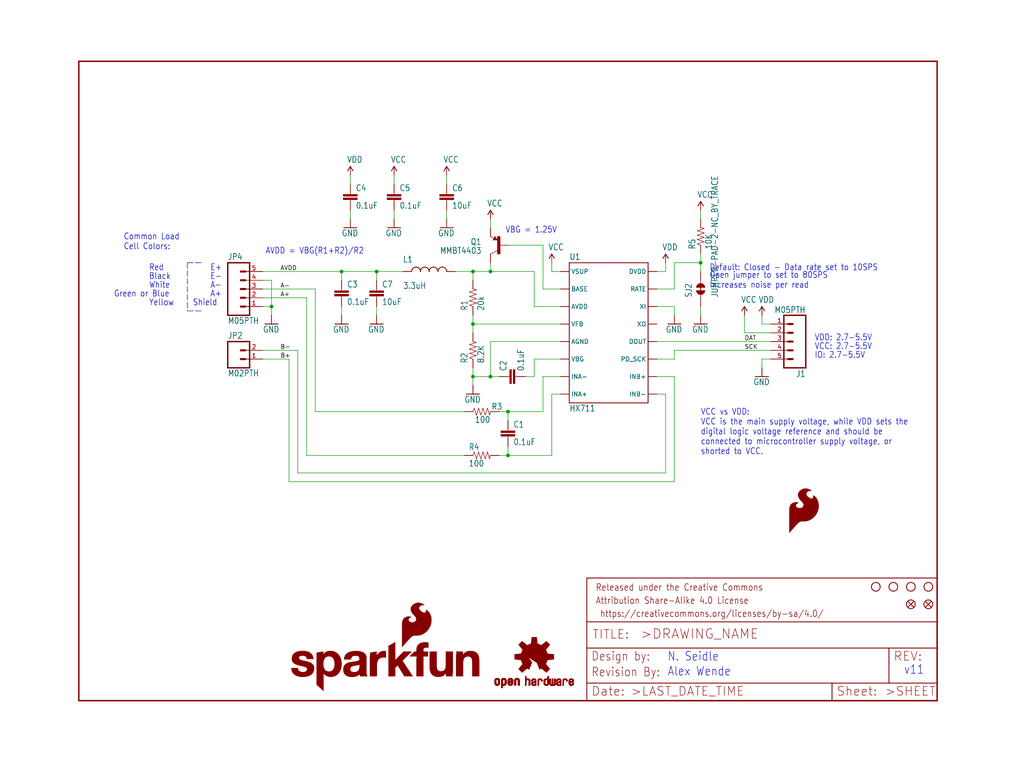
<source format=kicad_sch>
(kicad_sch (version 20211123) (generator eeschema)
  (paper "User" 297.002 223.926)
  (lib_symbols
    (symbol "schematicEagle-eagle-import:0.1UF-25V-5%(0603)"
      (property "Reference" "C" (at 1.524 2.921 0))
      (property "Value" "0.1UF-25V-5%(0603)" (at 1.524 -2.159 0))
      (symbol "0.1UF-25V-5%(0603)_1_0"
        (pin passive line (at 0 5.08 270) (length 2.54) (name "1") (number "1"))
        (pin passive line (at 0 -2.54 90) (length 2.54) (name "2") (number "2"))
      )
    )
    (symbol "schematicEagle-eagle-import:100OHM-1{slash}10W-1%(0603)"
      (property "Reference" "R" (at -3.81 1.4986 0))
      (property "Value" "100OHM-1{slash}10W-1%(0603)" (at -3.81 -3.302 0))
      (symbol "100OHM-1{slash}10W-1%(0603)_1_0"
        (pin passive line (at -5.08 0 0) (length 2.54) (name "1") (number "1"))
        (pin passive line (at 5.08 0 180) (length 2.54) (name "2") (number "2"))
      )
    )
    (symbol "schematicEagle-eagle-import:10KOHM-1{slash}10W-1%(0603)0603"
      (property "Reference" "R" (at -3.81 1.4986 0))
      (property "Value" "10KOHM-1{slash}10W-1%(0603)0603" (at -3.81 -3.302 0))
      (symbol "10KOHM-1{slash}10W-1%(0603)0603_1_0"
        (pin passive line (at -5.08 0 0) (length 2.54) (name "1") (number "1"))
        (pin passive line (at 5.08 0 180) (length 2.54) (name "2") (number "2"))
      )
    )
    (symbol "schematicEagle-eagle-import:10UF50V20%(1210)"
      (property "Reference" "C" (at 1.524 2.921 0))
      (property "Value" "10UF50V20%(1210)" (at 1.524 -2.159 0))
      (symbol "10UF50V20%(1210)_1_0"
        (pin passive line (at 0 5.08 270) (length 2.54) (name "1") (number "1"))
        (pin passive line (at 0 -2.54 90) (length 2.54) (name "2") (number "2"))
      )
    )
    (symbol "schematicEagle-eagle-import:20KOHM1{slash}10W1%(0603)"
      (property "Reference" "R" (at -3.81 1.4986 0))
      (property "Value" "20KOHM1{slash}10W1%(0603)" (at -3.81 -3.302 0))
      (symbol "20KOHM1{slash}10W1%(0603)_1_0"
        (pin passive line (at -5.08 0 0) (length 2.54) (name "1") (number "1"))
        (pin passive line (at 5.08 0 180) (length 2.54) (name "2") (number "2"))
      )
    )
    (symbol "schematicEagle-eagle-import:8.2KOHM-1{slash}10W-5%(0603)"
      (property "Reference" "R" (at -3.81 1.4986 0))
      (property "Value" "8.2KOHM-1{slash}10W-5%(0603)" (at -3.81 -3.302 0))
      (symbol "8.2KOHM-1{slash}10W-5%(0603)_1_0"
        (pin passive line (at -5.08 0 0) (length 2.54) (name "1") (number "1"))
        (pin passive line (at 5.08 0 180) (length 2.54) (name "2") (number "2"))
      )
    )
    (symbol "schematicEagle-eagle-import:FIDUCIAL1X2")
    (symbol "schematicEagle-eagle-import:FRAME-LETTER"
      (symbol "FRAME-LETTER_2_0"
        (text " https://creativecommons.org/licenses/by-sa/4.0/" (at 2.54 24.13 0) (effects (font (size 1.9304 1.6408)) (justify left bottom)))
        (text ">DRAWING_NAME" (at 15.494 17.78 0) (effects (font (size 2.7432 2.7432)) (justify left bottom)))
        (text ">LAST_DATE_TIME" (at 12.7 1.27 0) (effects (font (size 2.54 2.54)) (justify left bottom)))
        (text ">SHEET" (at 86.36 1.27 0) (effects (font (size 2.54 2.54)) (justify left bottom)))
        (text "Attribution Share-Alike 4.0 License" (at 2.54 27.94 0) (effects (font (size 1.9304 1.6408)) (justify left bottom)))
        (text "Date:" (at 1.27 1.27 0) (effects (font (size 2.54 2.54)) (justify left bottom)))
        (text "Design by:" (at 1.27 11.43 0) (effects (font (size 2.54 2.159)) (justify left bottom)))
        (text "Released under the Creative Commons" (at 2.54 31.75 0) (effects (font (size 1.9304 1.6408)) (justify left bottom)))
        (text "REV:" (at 88.9 11.43 0) (effects (font (size 2.54 2.54)) (justify left bottom)))
        (text "Sheet:" (at 72.39 1.27 0) (effects (font (size 2.54 2.54)) (justify left bottom)))
        (text "TITLE:" (at 1.524 17.78 0) (effects (font (size 2.54 2.54)) (justify left bottom)))
      )
    )
    (symbol "schematicEagle-eagle-import:GND" (power)
      (property "Value" "GND" (at -2.54 -2.54 0))
      (symbol "GND_1_0"
        (pin power_in line (at 0 2.54 270) (length 2.54) (name "GND") (number "1"))
      )
    )
    (symbol "schematicEagle-eagle-import:HX711HX711"
      (property "Reference" "U" (at -12.7 21.082 0))
      (property "Value" "HX711HX711" (at -12.7 -22.86 0))
      (symbol "HX711HX711_1_0"
        (pin bidirectional line (at -15.24 17.78 0) (length 2.54) (name "VSUP") (number "1"))
        (pin bidirectional line (at 12.7 -12.7 180) (length 2.54) (name "INB+") (number "10"))
        (pin bidirectional line (at 12.7 -7.62 180) (length 2.54) (name "PD_SCK") (number "11"))
        (pin bidirectional line (at 12.7 -2.54 180) (length 2.54) (name "DOUT") (number "12"))
        (pin bidirectional line (at 12.7 2.54 180) (length 2.54) (name "XO") (number "13"))
        (pin bidirectional line (at 12.7 7.62 180) (length 2.54) (name "XI") (number "14"))
        (pin bidirectional line (at 12.7 12.7 180) (length 2.54) (name "RATE") (number "15"))
        (pin bidirectional line (at 12.7 17.78 180) (length 2.54) (name "DVDD") (number "16"))
        (pin bidirectional line (at -15.24 12.7 0) (length 2.54) (name "BASE") (number "2"))
        (pin bidirectional line (at -15.24 7.62 0) (length 2.54) (name "AVDD") (number "3"))
        (pin bidirectional line (at -15.24 2.54 0) (length 2.54) (name "VFB") (number "4"))
        (pin bidirectional line (at -15.24 -2.54 0) (length 2.54) (name "AGND") (number "5"))
        (pin bidirectional line (at -15.24 -7.62 0) (length 2.54) (name "VBG") (number "6"))
        (pin bidirectional line (at -15.24 -12.7 0) (length 2.54) (name "INA-") (number "7"))
        (pin bidirectional line (at -15.24 -17.78 0) (length 2.54) (name "INA+") (number "8"))
        (pin bidirectional line (at 12.7 -17.78 180) (length 2.54) (name "INB-") (number "9"))
      )
    )
    (symbol "schematicEagle-eagle-import:INDUCTOR0805-IND"
      (property "Reference" "L" (at 2.54 5.08 0))
      (property "Value" "INDUCTOR0805-IND" (at 2.54 -5.08 0))
      (symbol "INDUCTOR0805-IND_1_0"
        (pin passive line (at 0 7.62 270) (length 2.54) (name "1") (number "1"))
        (pin passive line (at 0 -7.62 90) (length 2.54) (name "2") (number "2"))
      )
    )
    (symbol "schematicEagle-eagle-import:JUMPER-PAD-2-NC_BY_TRACE"
      (property "Reference" "JP" (at -2.54 2.54 0))
      (property "Value" "JUMPER-PAD-2-NC_BY_TRACE" (at -2.54 -5.08 0))
      (symbol "JUMPER-PAD-2-NC_BY_TRACE_1_0"
        (pin passive line (at -5.08 0 0) (length 2.54) (name "1") (number "1"))
        (pin passive line (at 5.08 0 180) (length 2.54) (name "2") (number "2"))
      )
    )
    (symbol "schematicEagle-eagle-import:M02PTH"
      (property "Reference" "J" (at -2.54 5.842 0))
      (property "Value" "M02PTH" (at -2.54 -5.08 0))
      (symbol "M02PTH_1_0"
        (pin passive line (at 7.62 0 180) (length 5.08) (name "1") (number "1"))
        (pin passive line (at 7.62 2.54 180) (length 5.08) (name "2") (number "2"))
      )
    )
    (symbol "schematicEagle-eagle-import:M05PTH"
      (property "Reference" "J" (at -2.54 8.382 0))
      (property "Value" "M05PTH" (at -2.54 -10.16 0))
      (symbol "M05PTH_1_0"
        (pin passive line (at 7.62 -5.08 180) (length 5.08) (name "1") (number "1"))
        (pin passive line (at 7.62 -2.54 180) (length 5.08) (name "2") (number "2"))
        (pin passive line (at 7.62 0 180) (length 5.08) (name "3") (number "3"))
        (pin passive line (at 7.62 2.54 180) (length 5.08) (name "4") (number "4"))
        (pin passive line (at 7.62 5.08 180) (length 5.08) (name "5") (number "5"))
      )
    )
    (symbol "schematicEagle-eagle-import:OSHW-LOGOS")
    (symbol "schematicEagle-eagle-import:REVISION"
      (symbol "REVISION_1_0"
        (text "Revision By: " (at 0 0 0) (effects (font (size 2.54 2.159)) (justify left bottom)))
      )
    )
    (symbol "schematicEagle-eagle-import:SFE_LOGO_FLAME.1_INCH")
    (symbol "schematicEagle-eagle-import:SFE_LOGO_NAME_FLAME.1_INCH")
    (symbol "schematicEagle-eagle-import:STAND-OFF")
    (symbol "schematicEagle-eagle-import:TRANSISTOR_PNPMMBT4403"
      (property "Reference" "Q" (at 5.08 0 0))
      (property "Value" "TRANSISTOR_PNPMMBT4403" (at 5.08 -2.54 0))
      (symbol "TRANSISTOR_PNPMMBT4403_1_0"
        (pin passive line (at -2.54 0 0) (length 2.54) (name "B") (number "1"))
        (pin passive line (at 2.54 5.08 270) (length 2.54) (name "E") (number "2"))
        (pin passive line (at 2.54 -5.08 90) (length 2.54) (name "C") (number "3"))
      )
    )
    (symbol "schematicEagle-eagle-import:VCC" (power)
      (property "Value" "VCC" (at -1.016 3.556 0))
      (symbol "VCC_1_0"
        (pin power_in line (at 0 0 90) (length 2.54) (name "VCC") (number "1"))
      )
    )
    (symbol "schematicEagle-eagle-import:VDD" (power)
      (property "Value" "VDD" (at -1.016 3.556 0))
      (symbol "VDD_1_0"
        (pin power_in line (at 0 0 90) (length 2.54) (name "VDD") (number "1"))
      )
    )
  )
  (junction (at 142.24 78.74))
  (junction (at 142.24 109.22))
  (junction (at 99.06 78.74))
  (junction (at 137.16 109.22))
  (junction (at 137.16 93.98))
  (junction (at 147.32 119.38))
  (junction (at 109.22 78.74))
  (junction (at 147.32 132.08))
  (junction (at 78.74 88.9))
  (junction (at 137.16 78.74))
  (junction (at 203.2 76.2))
  (wire (pts (xy 162.56 88.9) (xy 154.94 88.9)))
  (wire (pts (xy 154.94 88.9) (xy 154.94 78.74)))
  (wire (pts (xy 147.32 132.08) (xy 144.78 132.08)))
  (wire (pts (xy 147.32 121.92) (xy 147.32 119.38)))
  (wire (pts (xy 190.5 78.74) (xy 193.04 78.74)))
  (wire (pts (xy 142.24 63.5) (xy 142.24 66.04)))
  (wire (pts (xy 220.98 104.14) (xy 220.98 106.68)))
  (wire (pts (xy 114.3 63.5) (xy 114.3 60.96)))
  (wire (pts (xy 129.54 53.34) (xy 129.54 50.8)))
  (wire (pts (xy 142.24 99.06) (xy 142.24 109.22)))
  (wire (pts (xy 203.2 73.66) (xy 203.2 76.2)))
  (wire (pts (xy 220.98 93.98) (xy 223.52 93.98)))
  (wire (pts (xy 195.58 109.22) (xy 195.58 139.7)))
  (wire (pts (xy 162.56 93.98) (xy 137.16 93.98)))
  (wire (pts (xy 154.94 109.22) (xy 152.4 109.22)))
  (wire (pts (xy 162.56 109.22) (xy 157.48 109.22)))
  (wire (pts (xy 109.22 78.74) (xy 116.84 78.74)))
  (wire (pts (xy 162.56 114.3) (xy 160.02 114.3)))
  (wire (pts (xy 147.32 119.38) (xy 144.78 119.38)))
  (wire (pts (xy 195.58 101.6) (xy 223.52 101.6)))
  (wire (pts (xy 101.6 63.5) (xy 101.6 60.96)))
  (wire (pts (xy 157.48 109.22) (xy 157.48 119.38)))
  (wire (pts (xy 86.36 101.6) (xy 76.2 101.6)))
  (wire (pts (xy 99.06 88.9) (xy 99.06 91.44)))
  (wire (pts (xy 88.9 86.36) (xy 76.2 86.36)))
  (wire (pts (xy 91.44 119.38) (xy 91.44 83.82)))
  (wire (pts (xy 101.6 50.8) (xy 101.6 53.34)))
  (wire (pts (xy 195.58 88.9) (xy 195.58 91.44)))
  (wire (pts (xy 137.16 111.76) (xy 137.16 109.22)))
  (wire (pts (xy 190.5 104.14) (xy 195.58 104.14)))
  (wire (pts (xy 157.48 71.12) (xy 157.48 83.82)))
  (wire (pts (xy 142.24 109.22) (xy 137.16 109.22)))
  (wire (pts (xy 162.56 104.14) (xy 154.94 104.14)))
  (wire (pts (xy 114.3 50.8) (xy 114.3 53.34)))
  (wire (pts (xy 137.16 96.52) (xy 137.16 93.98)))
  (wire (pts (xy 147.32 129.54) (xy 147.32 132.08)))
  (wire (pts (xy 223.52 104.14) (xy 220.98 104.14)))
  (wire (pts (xy 203.2 76.2) (xy 203.2 78.74)))
  (wire (pts (xy 160.02 132.08) (xy 147.32 132.08)))
  (wire (pts (xy 78.74 88.9) (xy 78.74 91.44)))
  (wire (pts (xy 154.94 78.74) (xy 142.24 78.74)))
  (wire (pts (xy 109.22 78.74) (xy 99.06 78.74)))
  (wire (pts (xy 99.06 78.74) (xy 76.2 78.74)))
  (wire (pts (xy 195.58 104.14) (xy 195.58 101.6)))
  (wire (pts (xy 190.5 99.06) (xy 223.52 99.06)))
  (wire (pts (xy 160.02 114.3) (xy 160.02 132.08)))
  (wire (pts (xy 190.5 114.3) (xy 193.04 114.3)))
  (wire (pts (xy 190.5 88.9) (xy 195.58 88.9)))
  (wire (pts (xy 142.24 78.74) (xy 137.16 78.74)))
  (wire (pts (xy 134.62 119.38) (xy 91.44 119.38)))
  (polyline (pts (xy 54.356 90.17) (xy 58.42 90.17)))
  (wire (pts (xy 144.78 109.22) (xy 142.24 109.22)))
  (wire (pts (xy 129.54 60.96) (xy 129.54 63.5)))
  (wire (pts (xy 203.2 88.9) (xy 203.2 91.44)))
  (polyline (pts (xy 54.356 76.2) (xy 58.42 76.2)))
  (wire (pts (xy 160.02 78.74) (xy 162.56 78.74)))
  (wire (pts (xy 99.06 81.28) (xy 99.06 78.74)))
  (wire (pts (xy 134.62 132.08) (xy 88.9 132.08)))
  (wire (pts (xy 142.24 76.2) (xy 142.24 78.74)))
  (wire (pts (xy 137.16 81.28) (xy 137.16 78.74)))
  (wire (pts (xy 162.56 83.82) (xy 157.48 83.82)))
  (wire (pts (xy 91.44 83.82) (xy 76.2 83.82)))
  (polyline (pts (xy 54.356 76.2) (xy 54.356 90.17)))
  (wire (pts (xy 132.08 78.74) (xy 137.16 78.74)))
  (wire (pts (xy 203.2 63.5) (xy 203.2 60.96)))
  (wire (pts (xy 88.9 132.08) (xy 88.9 86.36)))
  (wire (pts (xy 162.56 99.06) (xy 142.24 99.06)))
  (wire (pts (xy 157.48 119.38) (xy 147.32 119.38)))
  (wire (pts (xy 109.22 91.44) (xy 109.22 88.9)))
  (wire (pts (xy 193.04 114.3) (xy 193.04 137.16)))
  (wire (pts (xy 76.2 88.9) (xy 78.74 88.9)))
  (wire (pts (xy 137.16 93.98) (xy 137.16 91.44)))
  (wire (pts (xy 83.82 139.7) (xy 83.82 104.14)))
  (wire (pts (xy 223.52 96.52) (xy 215.9 96.52)))
  (wire (pts (xy 215.9 96.52) (xy 215.9 91.44)))
  (wire (pts (xy 76.2 81.28) (xy 78.74 81.28)))
  (wire (pts (xy 190.5 83.82) (xy 195.58 83.82)))
  (wire (pts (xy 203.2 76.2) (xy 195.58 76.2)))
  (wire (pts (xy 154.94 104.14) (xy 154.94 109.22)))
  (wire (pts (xy 78.74 81.28) (xy 78.74 88.9)))
  (wire (pts (xy 220.98 91.44) (xy 220.98 93.98)))
  (wire (pts (xy 147.32 71.12) (xy 157.48 71.12)))
  (wire (pts (xy 109.22 78.74) (xy 109.22 81.28)))
  (wire (pts (xy 190.5 109.22) (xy 195.58 109.22)))
  (wire (pts (xy 195.58 76.2) (xy 195.58 83.82)))
  (wire (pts (xy 193.04 137.16) (xy 86.36 137.16)))
  (wire (pts (xy 83.82 104.14) (xy 76.2 104.14)))
  (wire (pts (xy 193.04 78.74) (xy 193.04 76.2)))
  (wire (pts (xy 160.02 76.2) (xy 160.02 78.74)))
  (wire (pts (xy 86.36 137.16) (xy 86.36 101.6)))
  (wire (pts (xy 195.58 139.7) (xy 83.82 139.7)))
  (wire (pts (xy 137.16 106.68) (xy 137.16 109.22)))
  (text "E+" (at 60.96 78.74 180) (effects (font (size 1.778 1.5113)) (justify left bottom)))
  (text "IO: 2.7-5.5V" (at 236.22 104.14 180) (effects (font (size 1.778 1.5113)) (justify left bottom)))
  (text "VBG = 1.25V" (at 146.558 67.818 180) (effects (font (size 1.778 1.5113)) (justify left bottom)))
  (text "N. Seidle" (at 193.548 192.024 180) (effects (font (size 2.54 2.159)) (justify left bottom)))
  (text "Alex Wende" (at 193.548 196.342 180) (effects (font (size 2.54 2.159)) (justify left bottom)))
  (text "White" (at 43.18 83.82 180) (effects (font (size 1.778 1.5113)) (justify left bottom)))
  (text "Green or Blue" (at 33.02 86.36 180) (effects (font (size 1.778 1.5113)) (justify left bottom)))
  (text "AVDD = VBG(R1+R2)/R2" (at 76.962 73.914 180) (effects (font (size 1.778 1.5113)) (justify left bottom)))
  (text "Default: Closed - Data rate set to 10SPS" (at 205.74 78.74 180) (effects (font (size 1.778 1.5113)) (justify left bottom)))
  (text "v11" (at 262.128 195.834 180) (effects (font (size 2.54 2.159)) (justify left bottom)))
  (text "A-" (at 60.96 83.82 180) (effects (font (size 1.778 1.5113)) (justify left bottom)))
  (text "VDD: 2.7-5.5V" (at 236.22 99.06 180) (effects (font (size 1.778 1.5113)) (justify left bottom)))
  (text "VCC: 2.7-5.5V" (at 236.22 101.6 180) (effects (font (size 1.778 1.5113)) (justify left bottom)))
  (text "Common Load\nCell Colors:" (at 35.814 72.644 180) (effects (font (size 1.778 1.5113)) (justify left bottom)))
  (text "Shield" (at 55.88 88.9 180) (effects (font (size 1.778 1.5113)) (justify left bottom)))
  (text "VCC vs VDD:\nVCC is the main supply voltage, while VDD sets the\ndigital logic voltage reference and should be\nconnected to microcontroller supply voltage, or\nshorted to VCC." (at 203.2 132.08 0) (effects (font (size 1.778 1.5113)) (justify left bottom)))
  (text "Black" (at 43.18 81.28 180) (effects (font (size 1.778 1.5113)) (justify left bottom)))
  (text "A+" (at 60.96 86.36 180) (effects (font (size 1.778 1.5113)) (justify left bottom)))
  (text "Open jumper to set to 80SPS\nIncreases noise per read" (at 205.74 83.82 0) (effects (font (size 1.778 1.5113)) (justify left bottom)))
  (text "E-" (at 60.96 81.28 180) (effects (font (size 1.778 1.5113)) (justify left bottom)))
  (text "Red" (at 43.18 78.74 180) (effects (font (size 1.778 1.5113)) (justify left bottom)))
  (text "Yellow" (at 43.18 88.9 180) (effects (font (size 1.778 1.5113)) (justify left bottom)))
  (label "A-" (at 81.28 83.82 0) (effects (font (size 1.2446 1.2446))))
  (label "SCK" (at 215.9 101.6 0) (effects (font (size 1.2446 1.2446))))
  (label "B-" (at 81.28 101.6 0) (effects (font (size 1.2446 1.2446))))
  (label "A+" (at 81.28 86.36 0) (effects (font (size 1.2446 1.2446))))
  (label "DAT" (at 215.9 99.06 0) (effects (font (size 1.2446 1.2446))))
  (label "AVDD" (at 81.28 78.74 0) (effects (font (size 1.2446 1.2446))))
  (label "B+" (at 81.28 104.14 0) (effects (font (size 1.2446 1.2446))))
  (symbol (lib_id "schematicEagle-eagle-import:VCC") (at 203.2 60.96 0) (unit 1)
    (property "Reference" "#SUPPLY6" (effects hide))
    (property "Value" "VCC" (at 202.184 57.404 0) (effects (font (size 1.778 1.5113)) (justify left bottom)))
    (property "Footprint" "schematicEagle:" (effects hide))
  )
  (symbol (lib_id "schematicEagle-eagle-import:GND") (at 137.16 114.3 0) (unit 1)
    (property "Reference" "#GND9" (effects hide))
    (property "Value" "GND" (at 134.62 116.84 0) (effects (font (size 1.778 1.5113)) (justify left bottom)))
    (property "Footprint" "schematicEagle:" (effects hide))
  )
  (symbol (lib_id "schematicEagle-eagle-import:GND") (at 99.06 93.98 0) (unit 1)
    (property "Reference" "#GND6" (effects hide))
    (property "Value" "GND" (at 96.52 96.52 0) (effects (font (size 1.778 1.5113)) (justify left bottom)))
    (property "Footprint" "schematicEagle:" (effects hide))
  )
  (symbol (lib_id "schematicEagle-eagle-import:REVISION") (at 171.45 196.342 0) (unit 1)
    (property "Reference" "U$1" (effects hide))
    (property "Value" "REVISION" (effects hide))
    (property "Footprint" "schematicEagle:REVISION" (effects hide))
  )
  (symbol (lib_id "schematicEagle-eagle-import:VDD") (at 101.6 50.8 0) (unit 1)
    (property "Reference" "#SUPPLY9" (effects hide))
    (property "Value" "VDD" (at 100.584 47.244 0) (effects (font (size 1.778 1.5113)) (justify left bottom)))
    (property "Footprint" "schematicEagle:" (effects hide))
  )
  (symbol (lib_id "schematicEagle-eagle-import:GND") (at 114.3 66.04 0) (unit 1)
    (property "Reference" "#GND8" (effects hide))
    (property "Value" "GND" (at 111.76 68.58 0) (effects (font (size 1.778 1.5113)) (justify left bottom)))
    (property "Footprint" "schematicEagle:" (effects hide))
  )
  (symbol (lib_id "schematicEagle-eagle-import:GND") (at 220.98 109.22 0) (unit 1)
    (property "Reference" "#GND1" (effects hide))
    (property "Value" "GND" (at 218.44 111.76 0) (effects (font (size 1.778 1.5113)) (justify left bottom)))
    (property "Footprint" "schematicEagle:" (effects hide))
  )
  (symbol (lib_id "schematicEagle-eagle-import:VCC") (at 160.02 76.2 0) (unit 1)
    (property "Reference" "#SUPPLY3" (effects hide))
    (property "Value" "VCC" (at 159.004 72.644 0) (effects (font (size 1.778 1.5113)) (justify left bottom)))
    (property "Footprint" "schematicEagle:" (effects hide))
  )
  (symbol (lib_id "schematicEagle-eagle-import:20KOHM1{slash}10W1%(0603)") (at 137.16 86.36 90) (unit 1)
    (property "Reference" "R1" (at 135.6614 90.17 0) (effects (font (size 1.778 1.5113)) (justify left bottom)))
    (property "Value" "20k" (at 140.462 90.17 0) (effects (font (size 1.778 1.5113)) (justify left bottom)))
    (property "Footprint" "schematicEagle:0603-RES" (effects hide))
  )
  (symbol (lib_id "schematicEagle-eagle-import:VDD") (at 193.04 76.2 0) (unit 1)
    (property "Reference" "#SUPPLY4" (effects hide))
    (property "Value" "VDD" (at 192.024 72.644 0) (effects (font (size 1.778 1.5113)) (justify left bottom)))
    (property "Footprint" "schematicEagle:" (effects hide))
  )
  (symbol (lib_id "schematicEagle-eagle-import:M05PTH") (at 231.14 99.06 180) (unit 1)
    (property "Reference" "J1" (at 233.68 107.442 0) (effects (font (size 1.778 1.5113)) (justify left bottom)))
    (property "Value" "M05PTH" (at 233.68 88.9 0) (effects (font (size 1.778 1.5113)) (justify left bottom)))
    (property "Footprint" "schematicEagle:1X05" (effects hide))
  )
  (symbol (lib_id "schematicEagle-eagle-import:VDD") (at 220.98 91.44 0) (unit 1)
    (property "Reference" "#SUPPLY8" (effects hide))
    (property "Value" "VDD" (at 219.964 87.884 0) (effects (font (size 1.778 1.5113)) (justify left bottom)))
    (property "Footprint" "schematicEagle:" (effects hide))
  )
  (symbol (lib_id "schematicEagle-eagle-import:VCC") (at 114.3 50.8 0) (unit 1)
    (property "Reference" "#SUPPLY7" (effects hide))
    (property "Value" "VCC" (at 113.284 47.244 0) (effects (font (size 1.778 1.5113)) (justify left bottom)))
    (property "Footprint" "schematicEagle:" (effects hide))
  )
  (symbol (lib_id "schematicEagle-eagle-import:STAND-OFF") (at 259.08 170.18 0) (unit 1)
    (property "Reference" "STANDOFF3" (effects hide))
    (property "Value" "STAND-OFF" (effects hide))
    (property "Footprint" "schematicEagle:STAND-OFF" (effects hide))
  )
  (symbol (lib_id "schematicEagle-eagle-import:VCC") (at 215.9 91.44 0) (unit 1)
    (property "Reference" "#SUPPLY5" (effects hide))
    (property "Value" "VCC" (at 214.884 87.884 0) (effects (font (size 1.778 1.5113)) (justify left bottom)))
    (property "Footprint" "schematicEagle:" (effects hide))
  )
  (symbol (lib_id "schematicEagle-eagle-import:STAND-OFF") (at 254 170.18 0) (unit 1)
    (property "Reference" "STANDOFF4" (effects hide))
    (property "Value" "STAND-OFF" (effects hide))
    (property "Footprint" "schematicEagle:STAND-OFF" (effects hide))
  )
  (symbol (lib_id "schematicEagle-eagle-import:JUMPER-PAD-2-NC_BY_TRACE") (at 203.2 83.82 90) (unit 1)
    (property "Reference" "SJ2" (at 200.66 86.36 0) (effects (font (size 1.778 1.5113)) (justify left bottom)))
    (property "Value" "JUMPER-PAD-2-NC_BY_TRACE" (at 208.28 86.36 0) (effects (font (size 1.778 1.5113)) (justify left bottom)))
    (property "Footprint" "schematicEagle:PAD-JUMPER-2-NC_BY_TRACE_YES_SILK" (effects hide))
  )
  (symbol (lib_id "schematicEagle-eagle-import:OSHW-LOGOS") (at 154.94 190.5 0) (unit 1)
    (property "Reference" "U7" (effects hide))
    (property "Value" "OSHW-LOGOS" (effects hide))
    (property "Footprint" "schematicEagle:OSHW-LOGO-S" (effects hide))
  )
  (symbol (lib_id "schematicEagle-eagle-import:HX711HX711") (at 177.8 96.52 0) (unit 1)
    (property "Reference" "U1" (at 165.1 75.438 0) (effects (font (size 1.778 1.5113)) (justify left bottom)))
    (property "Value" "HX711" (at 165.1 119.38 0) (effects (font (size 1.778 1.5113)) (justify left bottom)))
    (property "Footprint" "schematicEagle:SO16" (effects hide))
  )
  (symbol (lib_id "schematicEagle-eagle-import:FRAME-LETTER") (at 22.86 203.2 0) (unit 1)
    (property "Reference" "FRAME1" (effects hide))
    (property "Value" "FRAME-LETTER" (effects hide))
    (property "Footprint" "schematicEagle:CREATIVE_COMMONS" (effects hide))
  )
  (symbol (lib_id "schematicEagle-eagle-import:M02PTH") (at 68.58 104.14 0) (unit 1)
    (property "Reference" "JP2" (at 66.04 98.298 0) (effects (font (size 1.778 1.5113)) (justify left bottom)))
    (property "Value" "M02PTH" (at 66.04 109.22 0) (effects (font (size 1.778 1.5113)) (justify left bottom)))
    (property "Footprint" "schematicEagle:1X02" (effects hide))
  )
  (symbol (lib_id "schematicEagle-eagle-import:FRAME-LETTER") (at 170.18 203.2 0) (unit 2)
    (property "Reference" "FRAME1" (effects hide))
    (property "Value" "FRAME-LETTER" (effects hide))
    (property "Footprint" "schematicEagle:CREATIVE_COMMONS" (effects hide))
  )
  (symbol (lib_id "schematicEagle-eagle-import:VCC") (at 129.54 50.8 0) (unit 1)
    (property "Reference" "#SUPPLY2" (effects hide))
    (property "Value" "VCC" (at 128.524 47.244 0) (effects (font (size 1.778 1.5113)) (justify left bottom)))
    (property "Footprint" "schematicEagle:" (effects hide))
  )
  (symbol (lib_id "schematicEagle-eagle-import:0.1UF-25V-5%(0603)") (at 149.86 109.22 90) (unit 1)
    (property "Reference" "C2" (at 146.939 107.696 0) (effects (font (size 1.778 1.5113)) (justify left bottom)))
    (property "Value" "0.1uF" (at 152.019 107.696 0) (effects (font (size 1.778 1.5113)) (justify left bottom)))
    (property "Footprint" "schematicEagle:0603-CAP" (effects hide))
  )
  (symbol (lib_id "schematicEagle-eagle-import:SFE_LOGO_NAME_FLAME.1_INCH") (at 83.82 200.66 0) (unit 1)
    (property "Reference" "LOGO1" (effects hide))
    (property "Value" "SFE_LOGO_NAME_FLAME.1_INCH" (effects hide))
    (property "Footprint" "schematicEagle:SFE_LOGO_NAME_FLAME_.1" (effects hide))
  )
  (symbol (lib_id "schematicEagle-eagle-import:GND") (at 203.2 93.98 0) (unit 1)
    (property "Reference" "#GND7" (effects hide))
    (property "Value" "GND" (at 200.66 96.52 0) (effects (font (size 1.778 1.5113)) (justify left bottom)))
    (property "Footprint" "schematicEagle:" (effects hide))
  )
  (symbol (lib_id "schematicEagle-eagle-import:GND") (at 109.22 93.98 0) (unit 1)
    (property "Reference" "#GND5" (effects hide))
    (property "Value" "GND" (at 106.68 96.52 0) (effects (font (size 1.778 1.5113)) (justify left bottom)))
    (property "Footprint" "schematicEagle:" (effects hide))
  )
  (symbol (lib_id "schematicEagle-eagle-import:100OHM-1{slash}10W-1%(0603)") (at 139.7 132.08 0) (unit 1)
    (property "Reference" "R4" (at 135.89 130.5814 0) (effects (font (size 1.778 1.5113)) (justify left bottom)))
    (property "Value" "100" (at 135.89 135.382 0) (effects (font (size 1.778 1.5113)) (justify left bottom)))
    (property "Footprint" "schematicEagle:0603-RES" (effects hide))
  )
  (symbol (lib_id "schematicEagle-eagle-import:TRANSISTOR_PNPMMBT4403") (at 144.78 71.12 0) (mirror y) (unit 1)
    (property "Reference" "Q1" (at 139.7 71.12 0) (effects (font (size 1.778 1.5113)) (justify left bottom)))
    (property "Value" "MMBT4403" (at 139.7 73.66 0) (effects (font (size 1.778 1.5113)) (justify left bottom)))
    (property "Footprint" "schematicEagle:SOT23-3" (effects hide))
  )
  (symbol (lib_id "schematicEagle-eagle-import:FIDUCIAL1X2") (at 264.16 175.26 0) (unit 1)
    (property "Reference" "FID2" (effects hide))
    (property "Value" "FIDUCIAL1X2" (effects hide))
    (property "Footprint" "schematicEagle:FIDUCIAL-1X2" (effects hide))
  )
  (symbol (lib_id "schematicEagle-eagle-import:M05PTH") (at 68.58 83.82 0) (unit 1)
    (property "Reference" "JP4" (at 66.04 75.438 0) (effects (font (size 1.778 1.5113)) (justify left bottom)))
    (property "Value" "M05PTH" (at 66.04 93.98 0) (effects (font (size 1.778 1.5113)) (justify left bottom)))
    (property "Footprint" "schematicEagle:1X05" (effects hide))
  )
  (symbol (lib_id "schematicEagle-eagle-import:VCC") (at 142.24 63.5 0) (unit 1)
    (property "Reference" "#SUPPLY1" (effects hide))
    (property "Value" "VCC" (at 141.224 59.944 0) (effects (font (size 1.778 1.5113)) (justify left bottom)))
    (property "Footprint" "schematicEagle:" (effects hide))
  )
  (symbol (lib_id "schematicEagle-eagle-import:GND") (at 101.6 66.04 0) (unit 1)
    (property "Reference" "#GND10" (effects hide))
    (property "Value" "GND" (at 99.06 68.58 0) (effects (font (size 1.778 1.5113)) (justify left bottom)))
    (property "Footprint" "schematicEagle:" (effects hide))
  )
  (symbol (lib_id "schematicEagle-eagle-import:8.2KOHM-1{slash}10W-5%(0603)") (at 137.16 101.6 90) (unit 1)
    (property "Reference" "R2" (at 135.6614 105.41 0) (effects (font (size 1.778 1.5113)) (justify left bottom)))
    (property "Value" "8.2K" (at 140.462 105.41 0) (effects (font (size 1.778 1.5113)) (justify left bottom)))
    (property "Footprint" "schematicEagle:0603-RES" (effects hide))
  )
  (symbol (lib_id "schematicEagle-eagle-import:10UF50V20%(1210)") (at 109.22 86.36 0) (unit 1)
    (property "Reference" "C7" (at 110.744 83.439 0) (effects (font (size 1.778 1.5113)) (justify left bottom)))
    (property "Value" "10uF" (at 110.744 88.519 0) (effects (font (size 1.778 1.5113)) (justify left bottom)))
    (property "Footprint" "schematicEagle:1210" (effects hide))
  )
  (symbol (lib_id "schematicEagle-eagle-import:10UF50V20%(1210)") (at 129.54 58.42 0) (unit 1)
    (property "Reference" "C6" (at 131.064 55.499 0) (effects (font (size 1.778 1.5113)) (justify left bottom)))
    (property "Value" "10uF" (at 131.064 60.579 0) (effects (font (size 1.778 1.5113)) (justify left bottom)))
    (property "Footprint" "schematicEagle:1210" (effects hide))
  )
  (symbol (lib_id "schematicEagle-eagle-import:GND") (at 78.74 93.98 0) (unit 1)
    (property "Reference" "#GND4" (effects hide))
    (property "Value" "GND" (at 76.2 96.52 0) (effects (font (size 1.778 1.5113)) (justify left bottom)))
    (property "Footprint" "schematicEagle:" (effects hide))
  )
  (symbol (lib_id "schematicEagle-eagle-import:SFE_LOGO_FLAME.1_INCH") (at 228.6 154.94 0) (unit 1)
    (property "Reference" "LOGO3" (effects hide))
    (property "Value" "SFE_LOGO_FLAME.1_INCH" (effects hide))
    (property "Footprint" "schematicEagle:SFE_LOGO_FLAME_.1" (effects hide))
  )
  (symbol (lib_id "schematicEagle-eagle-import:100OHM-1{slash}10W-1%(0603)") (at 139.7 119.38 0) (unit 1)
    (property "Reference" "R3" (at 142.494 118.872 0) (effects (font (size 1.778 1.5113)) (justify left bottom)))
    (property "Value" "100" (at 137.668 122.682 0) (effects (font (size 1.778 1.5113)) (justify left bottom)))
    (property "Footprint" "schematicEagle:0603-RES" (effects hide))
  )
  (symbol (lib_id "schematicEagle-eagle-import:0.1UF-25V-5%(0603)") (at 101.6 58.42 0) (unit 1)
    (property "Reference" "C4" (at 103.124 55.499 0) (effects (font (size 1.778 1.5113)) (justify left bottom)))
    (property "Value" "0.1uF" (at 103.124 60.579 0) (effects (font (size 1.778 1.5113)) (justify left bottom)))
    (property "Footprint" "schematicEagle:0603-CAP" (effects hide))
  )
  (symbol (lib_id "schematicEagle-eagle-import:0.1UF-25V-5%(0603)") (at 99.06 86.36 0) (unit 1)
    (property "Reference" "C3" (at 100.584 83.439 0) (effects (font (size 1.778 1.5113)) (justify left bottom)))
    (property "Value" "0.1uF" (at 100.584 88.519 0) (effects (font (size 1.778 1.5113)) (justify left bottom)))
    (property "Footprint" "schematicEagle:0603-CAP" (effects hide))
  )
  (symbol (lib_id "schematicEagle-eagle-import:STAND-OFF") (at 264.16 170.18 0) (unit 1)
    (property "Reference" "STANDOFF2" (effects hide))
    (property "Value" "STAND-OFF" (effects hide))
    (property "Footprint" "schematicEagle:STAND-OFF" (effects hide))
  )
  (symbol (lib_id "schematicEagle-eagle-import:GND") (at 195.58 93.98 0) (unit 1)
    (property "Reference" "#GND2" (effects hide))
    (property "Value" "GND" (at 193.04 96.52 0) (effects (font (size 1.778 1.5113)) (justify left bottom)))
    (property "Footprint" "schematicEagle:" (effects hide))
  )
  (symbol (lib_id "schematicEagle-eagle-import:10KOHM-1{slash}10W-1%(0603)0603") (at 203.2 68.58 90) (unit 1)
    (property "Reference" "R5" (at 201.7014 72.39 0) (effects (font (size 1.778 1.5113)) (justify left bottom)))
    (property "Value" "10K" (at 206.502 72.39 0) (effects (font (size 1.778 1.5113)) (justify left bottom)))
    (property "Footprint" "schematicEagle:0603-RES" (effects hide))
  )
  (symbol (lib_id "schematicEagle-eagle-import:0.1UF-25V-5%(0603)") (at 147.32 127 0) (unit 1)
    (property "Reference" "C1" (at 148.844 124.079 0) (effects (font (size 1.778 1.5113)) (justify left bottom)))
    (property "Value" "0.1uF" (at 148.844 129.159 0) (effects (font (size 1.778 1.5113)) (justify left bottom)))
    (property "Footprint" "schematicEagle:0603-CAP" (effects hide))
  )
  (symbol (lib_id "schematicEagle-eagle-import:INDUCTOR0805-IND") (at 124.46 78.74 90) (unit 1)
    (property "Reference" "L1" (at 116.84 76.2 90) (effects (font (size 1.778 1.5113)) (justify right top)))
    (property "Value" "3.3uH" (at 116.84 83.82 90) (effects (font (size 1.778 1.5113)) (justify right top)))
    (property "Footprint" "schematicEagle:0805" (effects hide))
  )
  (symbol (lib_id "schematicEagle-eagle-import:FIDUCIAL1X2") (at 269.24 175.26 0) (unit 1)
    (property "Reference" "FID1" (effects hide))
    (property "Value" "FIDUCIAL1X2" (effects hide))
    (property "Footprint" "schematicEagle:FIDUCIAL-1X2" (effects hide))
  )
  (symbol (lib_id "schematicEagle-eagle-import:GND") (at 129.54 66.04 0) (unit 1)
    (property "Reference" "#GND3" (effects hide))
    (property "Value" "GND" (at 127 68.58 0) (effects (font (size 1.778 1.5113)) (justify left bottom)))
    (property "Footprint" "schematicEagle:" (effects hide))
  )
  (symbol (lib_id "schematicEagle-eagle-import:0.1UF-25V-5%(0603)") (at 114.3 58.42 0) (unit 1)
    (property "Reference" "C5" (at 115.824 55.499 0) (effects (font (size 1.778 1.5113)) (justify left bottom)))
    (property "Value" "0.1uF" (at 115.824 60.579 0) (effects (font (size 1.778 1.5113)) (justify left bottom)))
    (property "Footprint" "schematicEagle:0603-CAP" (effects hide))
  )
  (symbol (lib_id "schematicEagle-eagle-import:STAND-OFF") (at 269.24 170.18 0) (unit 1)
    (property "Reference" "STANDOFF1" (effects hide))
    (property "Value" "STAND-OFF" (effects hide))
    (property "Footprint" "schematicEagle:STAND-OFF" (effects hide))
  )
)
</source>
